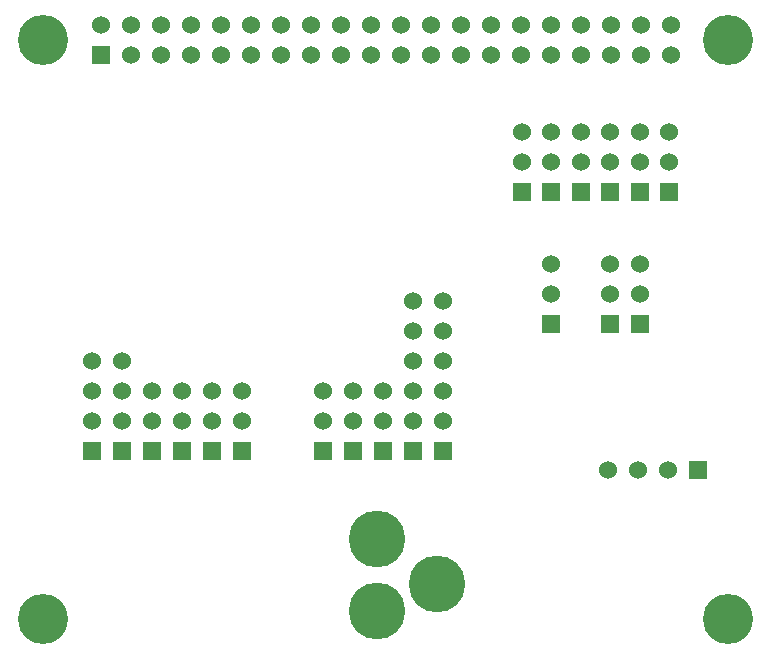
<source format=gbs>
G04 (created by PCBNEW (2013-05-31 BZR 4019)-stable) date 7/18/2014 6:41:03 PM*
%MOIN*%
G04 Gerber Fmt 3.4, Leading zero omitted, Abs format*
%FSLAX34Y34*%
G01*
G70*
G90*
G04 APERTURE LIST*
%ADD10C,0.00590551*%
%ADD11R,0.06X0.06*%
%ADD12C,0.06*%
%ADD13C,0.189*%
%ADD14C,0.167*%
G04 APERTURE END LIST*
G54D10*
G54D11*
X4007Y-15070D03*
G54D12*
X4007Y-14070D03*
X4007Y-13070D03*
X4007Y-12070D03*
G54D11*
X5007Y-15070D03*
G54D12*
X5007Y-14070D03*
X5007Y-13070D03*
G54D11*
X7007Y-15070D03*
G54D12*
X7007Y-14070D03*
X7007Y-13070D03*
G54D11*
X10696Y-15070D03*
G54D12*
X10696Y-14070D03*
X10696Y-13070D03*
G54D11*
X12696Y-15070D03*
G54D12*
X12696Y-14070D03*
X12696Y-13070D03*
G54D11*
X8007Y-15070D03*
G54D12*
X8007Y-14070D03*
X8007Y-13070D03*
G54D11*
X11696Y-15070D03*
G54D12*
X11696Y-14070D03*
X11696Y-13070D03*
G54D11*
X14696Y-15070D03*
G54D12*
X14696Y-14070D03*
X14696Y-13070D03*
X14696Y-12070D03*
X14696Y-11070D03*
X14696Y-10070D03*
G54D11*
X3007Y-15070D03*
G54D12*
X3007Y-14070D03*
X3007Y-13070D03*
X3007Y-12070D03*
G54D11*
X6007Y-15070D03*
G54D12*
X6007Y-14070D03*
X6007Y-13070D03*
G54D11*
X13696Y-15070D03*
G54D12*
X13696Y-14070D03*
X13696Y-13070D03*
X13696Y-12070D03*
X13696Y-11070D03*
X13696Y-10070D03*
G54D11*
X23200Y-15700D03*
G54D12*
X22200Y-15700D03*
X21200Y-15700D03*
X20200Y-15700D03*
G54D13*
X12500Y-20400D03*
X12500Y-18000D03*
X14500Y-19500D03*
G54D11*
X17322Y-6413D03*
G54D12*
X17322Y-5413D03*
X17322Y-4413D03*
G54D11*
X18307Y-6413D03*
G54D12*
X18307Y-5413D03*
X18307Y-4413D03*
G54D11*
X19291Y-6413D03*
G54D12*
X19291Y-5413D03*
X19291Y-4413D03*
G54D11*
X20275Y-6413D03*
G54D12*
X20275Y-5413D03*
X20275Y-4413D03*
G54D11*
X21259Y-6413D03*
G54D12*
X21259Y-5413D03*
X21259Y-4413D03*
G54D11*
X18307Y-10842D03*
G54D12*
X18307Y-9842D03*
X18307Y-8842D03*
G54D11*
X20275Y-10842D03*
G54D12*
X20275Y-9842D03*
X20275Y-8842D03*
G54D11*
X21259Y-10842D03*
G54D12*
X21259Y-9842D03*
X21259Y-8842D03*
G54D11*
X22244Y-6413D03*
G54D12*
X22244Y-5413D03*
X22244Y-4413D03*
G54D11*
X3295Y-1877D03*
G54D12*
X3295Y-877D03*
X8295Y-1877D03*
X4295Y-877D03*
X9295Y-1877D03*
X5295Y-877D03*
X10295Y-1877D03*
X6295Y-877D03*
X11295Y-1877D03*
X7295Y-877D03*
X12295Y-1877D03*
X8295Y-877D03*
X13295Y-1877D03*
X9295Y-877D03*
X14295Y-1877D03*
X10295Y-877D03*
X15295Y-1877D03*
X11295Y-877D03*
X16295Y-1877D03*
X12295Y-877D03*
X17295Y-1877D03*
X13295Y-877D03*
X18295Y-1877D03*
X14295Y-877D03*
X15295Y-877D03*
X19295Y-1877D03*
X16295Y-877D03*
X18295Y-877D03*
X19295Y-877D03*
X20295Y-877D03*
X21295Y-877D03*
X20295Y-1877D03*
X21295Y-1877D03*
X4295Y-1877D03*
X5295Y-1877D03*
X6295Y-1877D03*
X7295Y-1877D03*
X22295Y-1877D03*
X22295Y-877D03*
X17295Y-877D03*
G54D14*
X24212Y-20669D03*
X1377Y-20669D03*
X24212Y-1377D03*
X1377Y-1377D03*
M02*

</source>
